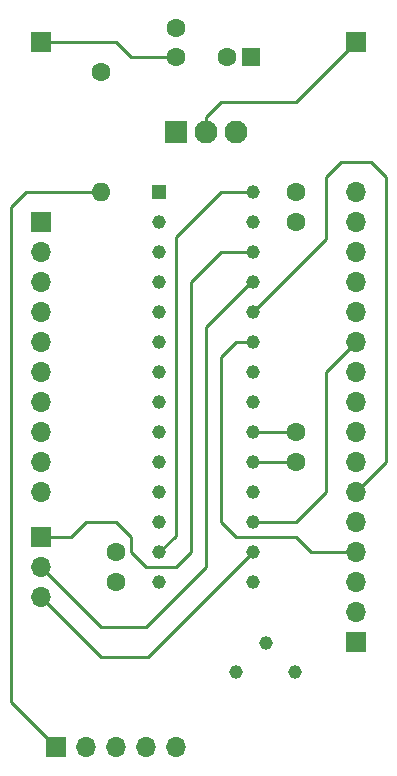
<source format=gbr>
%TF.GenerationSoftware,KiCad,Pcbnew,(5.1.9)-1*%
%TF.CreationDate,2021-01-02T17:40:18-05:00*%
%TF.ProjectId,dsPIC33-schematic,64735049-4333-4332-9d73-6368656d6174,rev?*%
%TF.SameCoordinates,Original*%
%TF.FileFunction,Copper,L2,Bot*%
%TF.FilePolarity,Positive*%
%FSLAX46Y46*%
G04 Gerber Fmt 4.6, Leading zero omitted, Abs format (unit mm)*
G04 Created by KiCad (PCBNEW (5.1.9)-1) date 2021-01-02 17:40:18*
%MOMM*%
%LPD*%
G01*
G04 APERTURE LIST*
%TA.AperFunction,ComponentPad*%
%ADD10R,1.159000X1.159000*%
%TD*%
%TA.AperFunction,ComponentPad*%
%ADD11C,1.159000*%
%TD*%
%TA.AperFunction,ComponentPad*%
%ADD12R,1.700000X1.700000*%
%TD*%
%TA.AperFunction,ComponentPad*%
%ADD13C,1.600000*%
%TD*%
%TA.AperFunction,ComponentPad*%
%ADD14R,1.600000X1.600000*%
%TD*%
%TA.AperFunction,ComponentPad*%
%ADD15R,1.935000X1.935000*%
%TD*%
%TA.AperFunction,ComponentPad*%
%ADD16C,1.935000*%
%TD*%
%TA.AperFunction,ComponentPad*%
%ADD17O,1.700000X1.700000*%
%TD*%
%TA.AperFunction,ComponentPad*%
%ADD18O,1.600000X1.600000*%
%TD*%
%TA.AperFunction,ComponentPad*%
%ADD19C,1.150000*%
%TD*%
%TA.AperFunction,Conductor*%
%ADD20C,0.250000*%
%TD*%
G04 APERTURE END LIST*
D10*
%TO.P,IC1,1*%
%TO.N,Net-(IC1-Pad1)*%
X139541000Y-82550000D03*
D11*
%TO.P,IC1,2*%
%TO.N,PIN02*%
X139541000Y-85090000D03*
%TO.P,IC1,3*%
%TO.N,PIN03*%
X139541000Y-87630000D03*
%TO.P,IC1,4*%
%TO.N,PIN04*%
X139541000Y-90170000D03*
%TO.P,IC1,5*%
%TO.N,PIN05*%
X139541000Y-92710000D03*
%TO.P,IC1,6*%
%TO.N,PIN06*%
X139541000Y-95250000D03*
%TO.P,IC1,7*%
%TO.N,Net-(IC1-Pad7)*%
X139541000Y-97790000D03*
%TO.P,IC1,8*%
%TO.N,GND*%
X139541000Y-100330000D03*
%TO.P,IC1,9*%
%TO.N,PIN09*%
X139541000Y-102870000D03*
%TO.P,IC1,10*%
%TO.N,PIN10*%
X139541000Y-105410000D03*
%TO.P,IC1,11*%
%TO.N,PIN11*%
X139541000Y-107950000D03*
%TO.P,IC1,12*%
%TO.N,PIN12*%
X139541000Y-110490000D03*
%TO.P,IC1,13*%
%TO.N,+3V3*%
X139541000Y-113030000D03*
%TO.P,IC1,14*%
%TO.N,PGD*%
X139541000Y-115570000D03*
%TO.P,IC1,15*%
%TO.N,PGC*%
X147479000Y-115570000D03*
%TO.P,IC1,16*%
%TO.N,PIN16*%
X147479000Y-113030000D03*
%TO.P,IC1,17*%
%TO.N,DB4*%
X147479000Y-110490000D03*
%TO.P,IC1,18*%
%TO.N,DB5*%
X147479000Y-107950000D03*
%TO.P,IC1,19*%
%TO.N,GND*%
X147479000Y-105410000D03*
%TO.P,IC1,20*%
%TO.N,Net-(C5-Pad1)*%
X147479000Y-102870000D03*
%TO.P,IC1,21*%
%TO.N,DB6*%
X147479000Y-100330000D03*
%TO.P,IC1,22*%
%TO.N,DB7*%
X147479000Y-97790000D03*
%TO.P,IC1,23*%
%TO.N,RS*%
X147479000Y-95250000D03*
%TO.P,IC1,24*%
%TO.N,E*%
X147479000Y-92710000D03*
%TO.P,IC1,25*%
%TO.N,PIN25*%
X147479000Y-90170000D03*
%TO.P,IC1,26*%
%TO.N,PIN26*%
X147479000Y-87630000D03*
%TO.P,IC1,27*%
%TO.N,GND*%
X147479000Y-85090000D03*
%TO.P,IC1,28*%
%TO.N,+3V3*%
X147479000Y-82550000D03*
%TD*%
D12*
%TO.P,J6,1*%
%TO.N,GND*%
X156210000Y-69850000D03*
%TD*%
%TO.P,J5,1*%
%TO.N,+5V*%
X129540000Y-69850000D03*
%TD*%
D13*
%TO.P,C1,1*%
%TO.N,+5V*%
X140970000Y-71120000D03*
%TO.P,C1,2*%
%TO.N,GND*%
X140970000Y-68620000D03*
%TD*%
D14*
%TO.P,C2,1*%
%TO.N,+3V3*%
X147320000Y-71120000D03*
D13*
%TO.P,C2,2*%
%TO.N,GND*%
X145320000Y-71120000D03*
%TD*%
%TO.P,C3,2*%
%TO.N,GND*%
X151130000Y-85050000D03*
%TO.P,C3,1*%
%TO.N,+3V3*%
X151130000Y-82550000D03*
%TD*%
%TO.P,C4,2*%
%TO.N,GND*%
X135890000Y-115530000D03*
%TO.P,C4,1*%
%TO.N,+3V3*%
X135890000Y-113030000D03*
%TD*%
%TO.P,C5,1*%
%TO.N,Net-(C5-Pad1)*%
X151130000Y-102870000D03*
%TO.P,C5,2*%
%TO.N,GND*%
X151130000Y-105370000D03*
%TD*%
D15*
%TO.P,IC2,1*%
%TO.N,+5V*%
X140970000Y-77470000D03*
D16*
%TO.P,IC2,2*%
%TO.N,GND*%
X143510000Y-77470000D03*
%TO.P,IC2,3*%
%TO.N,+3V3*%
X146050000Y-77470000D03*
%TD*%
D12*
%TO.P,J1,1*%
%TO.N,Net-(IC1-Pad1)*%
X130810000Y-129540000D03*
D17*
%TO.P,J1,2*%
%TO.N,+3V3*%
X133350000Y-129540000D03*
%TO.P,J1,3*%
%TO.N,GND*%
X135890000Y-129540000D03*
%TO.P,J1,4*%
%TO.N,PGD*%
X138430000Y-129540000D03*
%TO.P,J1,5*%
%TO.N,PGC*%
X140970000Y-129540000D03*
%TD*%
D12*
%TO.P,J2,1*%
%TO.N,GND*%
X156210000Y-120650000D03*
D17*
%TO.P,J2,2*%
%TO.N,+5V*%
X156210000Y-118110000D03*
%TO.P,J2,3*%
%TO.N,Net-(J2-Pad3)*%
X156210000Y-115570000D03*
%TO.P,J2,4*%
%TO.N,RS*%
X156210000Y-113030000D03*
%TO.P,J2,5*%
%TO.N,GND*%
X156210000Y-110490000D03*
%TO.P,J2,6*%
%TO.N,E*%
X156210000Y-107950000D03*
%TO.P,J2,7*%
%TO.N,Net-(J2-Pad7)*%
X156210000Y-105410000D03*
%TO.P,J2,8*%
%TO.N,Net-(J2-Pad8)*%
X156210000Y-102870000D03*
%TO.P,J2,9*%
%TO.N,Net-(J2-Pad9)*%
X156210000Y-100330000D03*
%TO.P,J2,10*%
%TO.N,Net-(J2-Pad10)*%
X156210000Y-97790000D03*
%TO.P,J2,11*%
%TO.N,DB4*%
X156210000Y-95250000D03*
%TO.P,J2,12*%
%TO.N,DB5*%
X156210000Y-92710000D03*
%TO.P,J2,13*%
%TO.N,DB6*%
X156210000Y-90170000D03*
%TO.P,J2,14*%
%TO.N,DB7*%
X156210000Y-87630000D03*
%TO.P,J2,15*%
%TO.N,Net-(J2-Pad15)*%
X156210000Y-85090000D03*
%TO.P,J2,16*%
%TO.N,Net-(J2-Pad16)*%
X156210000Y-82550000D03*
%TD*%
D12*
%TO.P,J3,1*%
%TO.N,PIN02*%
X129540000Y-85090000D03*
D17*
%TO.P,J3,2*%
%TO.N,PIN03*%
X129540000Y-87630000D03*
%TO.P,J3,3*%
%TO.N,PIN04*%
X129540000Y-90170000D03*
%TO.P,J3,4*%
%TO.N,PIN05*%
X129540000Y-92710000D03*
%TO.P,J3,5*%
%TO.N,PIN06*%
X129540000Y-95250000D03*
%TO.P,J3,6*%
%TO.N,Net-(IC1-Pad7)*%
X129540000Y-97790000D03*
%TO.P,J3,7*%
%TO.N,PIN09*%
X129540000Y-100330000D03*
%TO.P,J3,8*%
%TO.N,PIN10*%
X129540000Y-102870000D03*
%TO.P,J3,9*%
%TO.N,PIN11*%
X129540000Y-105410000D03*
%TO.P,J3,10*%
%TO.N,PIN12*%
X129540000Y-107950000D03*
%TD*%
D12*
%TO.P,J4,1*%
%TO.N,PIN26*%
X129540000Y-111760000D03*
D17*
%TO.P,J4,2*%
%TO.N,PIN25*%
X129540000Y-114300000D03*
%TO.P,J4,3*%
%TO.N,PIN16*%
X129540000Y-116840000D03*
%TD*%
D13*
%TO.P,R1,1*%
%TO.N,+3V3*%
X134620000Y-72390000D03*
D18*
%TO.P,R1,2*%
%TO.N,Net-(IC1-Pad1)*%
X134620000Y-82550000D03*
%TD*%
D19*
%TO.P,R2,1*%
%TO.N,+5V*%
X146090000Y-123190000D03*
%TO.P,R2,2*%
%TO.N,Net-(J2-Pad3)*%
X148590000Y-120690000D03*
%TO.P,R2,3*%
%TO.N,GND*%
X151090000Y-123190000D03*
%TD*%
D20*
%TO.N,+5V*%
X129540000Y-69850000D02*
X135890000Y-69850000D01*
X137160000Y-71120000D02*
X140970000Y-71120000D01*
X135890000Y-69850000D02*
X137160000Y-71120000D01*
%TO.N,GND*%
X156210000Y-69850000D02*
X151130000Y-74930000D01*
X143510000Y-76200000D02*
X143510000Y-77470000D01*
X144780000Y-74930000D02*
X143510000Y-76200000D01*
X146050000Y-74930000D02*
X144780000Y-74930000D01*
X151130000Y-74930000D02*
X146050000Y-74930000D01*
X151130000Y-105370000D02*
X147519000Y-105370000D01*
X147519000Y-105370000D02*
X147479000Y-105410000D01*
%TO.N,+3V3*%
X147479000Y-82550000D02*
X144780000Y-82550000D01*
X140970000Y-111601000D02*
X139541000Y-113030000D01*
X140970000Y-86360000D02*
X140970000Y-111601000D01*
X144780000Y-82550000D02*
X140970000Y-86360000D01*
%TO.N,Net-(C5-Pad1)*%
X151130000Y-102870000D02*
X147479000Y-102870000D01*
%TO.N,Net-(IC1-Pad1)*%
X134620000Y-82550000D02*
X128270000Y-82550000D01*
X127000000Y-125730000D02*
X130810000Y-129540000D01*
X127000000Y-83820000D02*
X127000000Y-125730000D01*
X128270000Y-82550000D02*
X127000000Y-83820000D01*
%TO.N,PIN16*%
X129540000Y-116840000D02*
X129540000Y-116840000D01*
X138589000Y-121920000D02*
X147479000Y-113030000D01*
X134620000Y-121920000D02*
X138589000Y-121920000D01*
X129540000Y-116840000D02*
X134620000Y-121920000D01*
%TO.N,DB4*%
X156210000Y-95250000D02*
X153670000Y-97790000D01*
X151130000Y-110490000D02*
X147479000Y-110490000D01*
X153670000Y-107950000D02*
X151130000Y-110490000D01*
X153670000Y-97790000D02*
X153670000Y-107950000D01*
%TO.N,RS*%
X147479000Y-95250000D02*
X146050000Y-95250000D01*
X152400000Y-113030000D02*
X156210000Y-113030000D01*
X151130000Y-111760000D02*
X152400000Y-113030000D01*
X146050000Y-111760000D02*
X151130000Y-111760000D01*
X144780000Y-110490000D02*
X146050000Y-111760000D01*
X144780000Y-96520000D02*
X144780000Y-110490000D01*
X146050000Y-95250000D02*
X144780000Y-96520000D01*
%TO.N,E*%
X156210000Y-107950000D02*
X158750000Y-105410000D01*
X153670000Y-86519000D02*
X147479000Y-92710000D01*
X153670000Y-81280000D02*
X153670000Y-86519000D01*
X154940000Y-80010000D02*
X153670000Y-81280000D01*
X157480000Y-80010000D02*
X154940000Y-80010000D01*
X158750000Y-81280000D02*
X157480000Y-80010000D01*
X158750000Y-82550000D02*
X158750000Y-81280000D01*
X158750000Y-105410000D02*
X158750000Y-82550000D01*
%TO.N,PIN25*%
X147479000Y-90170000D02*
X147320000Y-90170000D01*
X134620000Y-119380000D02*
X129540000Y-114300000D01*
X138430000Y-119380000D02*
X134620000Y-119380000D01*
X143510000Y-114300000D02*
X138430000Y-119380000D01*
X143510000Y-93980000D02*
X143510000Y-114300000D01*
X147320000Y-90170000D02*
X143510000Y-93980000D01*
%TO.N,PIN26*%
X147479000Y-87630000D02*
X144780000Y-87630000D01*
X132080000Y-111760000D02*
X129540000Y-111760000D01*
X133350000Y-110490000D02*
X132080000Y-111760000D01*
X135890000Y-110490000D02*
X133350000Y-110490000D01*
X137160000Y-111760000D02*
X135890000Y-110490000D01*
X137160000Y-113030000D02*
X137160000Y-111760000D01*
X138430000Y-114300000D02*
X137160000Y-113030000D01*
X140970000Y-114300000D02*
X138430000Y-114300000D01*
X142240000Y-113030000D02*
X140970000Y-114300000D01*
X142240000Y-90170000D02*
X142240000Y-113030000D01*
X144780000Y-87630000D02*
X142240000Y-90170000D01*
%TD*%
M02*

</source>
